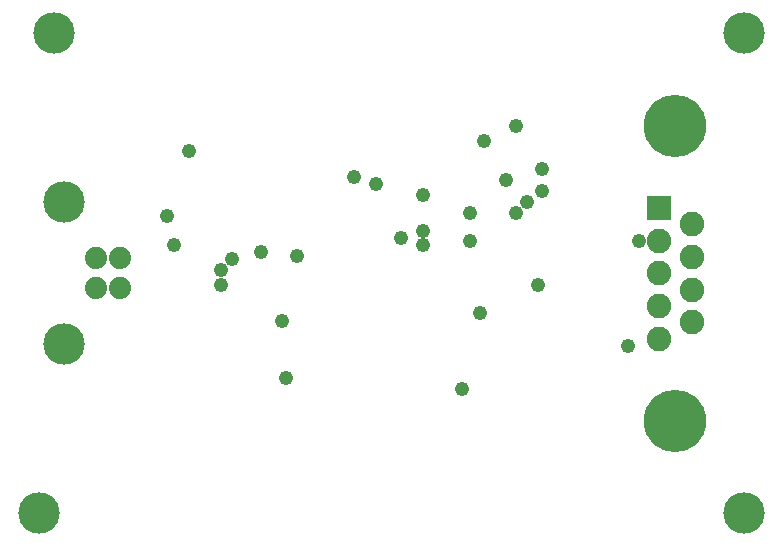
<source format=gbs>
G75*
G70*
%OFA0B0*%
%FSLAX24Y24*%
%IPPOS*%
%LPD*%
%AMOC8*
5,1,8,0,0,1.08239X$1,22.5*
%
%ADD10R,0.0820X0.0820*%
%ADD11C,0.0820*%
%ADD12C,0.2080*%
%ADD13C,0.0740*%
%ADD14C,0.1380*%
%ADD15C,0.0480*%
D10*
X023814Y011782D03*
D11*
X024932Y011235D03*
X023814Y010691D03*
X024932Y010144D03*
X023814Y009601D03*
X024932Y009057D03*
X023814Y008510D03*
X024932Y007967D03*
X023814Y007420D03*
D12*
X024373Y004680D03*
X024373Y014522D03*
D13*
X005853Y010093D03*
X005073Y010093D03*
X005073Y009109D03*
X005853Y009109D03*
D14*
X003173Y001601D03*
X004003Y007231D03*
X004003Y011971D03*
X003673Y017601D03*
X026673Y017601D03*
X026673Y001601D03*
D15*
X022793Y007181D03*
X019793Y009221D03*
X017873Y008261D03*
X015953Y010541D03*
X015233Y010781D03*
X015953Y011021D03*
X017513Y010661D03*
X017513Y011621D03*
X015953Y012221D03*
X014393Y012581D03*
X013673Y012821D03*
X011753Y010181D03*
X010553Y010301D03*
X009593Y010061D03*
X009233Y009701D03*
X009233Y009221D03*
X007673Y010541D03*
X007433Y011501D03*
X008153Y013661D03*
X011273Y008021D03*
X011393Y006101D03*
X017273Y005741D03*
X023153Y010661D03*
X019913Y012341D03*
X019433Y011981D03*
X019073Y011621D03*
X018713Y012701D03*
X019913Y013061D03*
X017993Y014021D03*
X019073Y014501D03*
M02*

</source>
